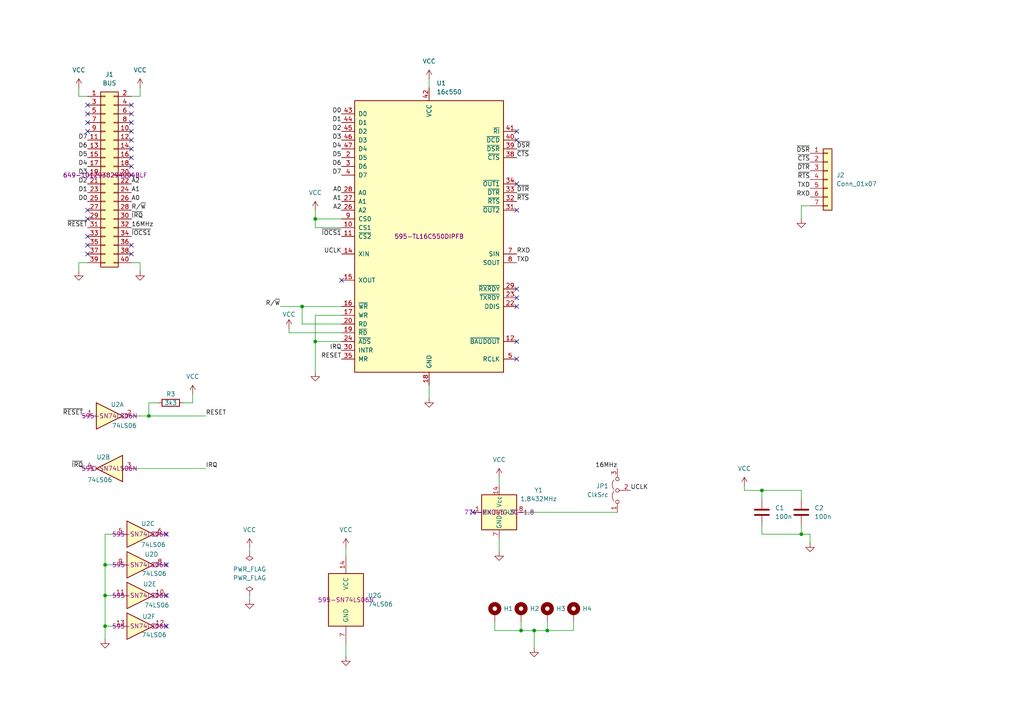
<source format=kicad_sch>
(kicad_sch (version 20250114) (generator "eeschema") (generator_version "9.0")
  (paper "A4")
  (lib_symbols
    (symbol "74xx:74LS06" (pin_names (offset 1.016))
      (property "Reference" "U" (at 0 1.27 0))
      (property "Value" "74LS06" (at 0 -1.27 0))
      (symbol "74LS06_1_0"
        (polyline (pts (xy -3.81 3.81) (xy -3.81 -3.81) (xy 3.81 0) (xy -3.81 3.81)) (stroke (width 0.254)) (fill (type background)))
        (pin input line (at -7.62 0 0) (length 3.81) (name "~") (number "1"))
        (pin open_collector inverted (at 7.62 0 180) (length 3.81) (name "~") (number "2"))
      )
      (symbol "74LS06_2_0"
        (polyline (pts (xy -3.81 3.81) (xy -3.81 -3.81) (xy 3.81 0) (xy -3.81 3.81)) (stroke (width 0.254)) (fill (type background)))
        (pin input line (at -7.62 0 0) (length 3.81) (name "~") (number "3"))
        (pin open_collector inverted (at 7.62 0 180) (length 3.81) (name "~") (number "4"))
      )
      (symbol "74LS06_3_0"
        (polyline (pts (xy -3.81 3.81) (xy -3.81 -3.81) (xy 3.81 0) (xy -3.81 3.81)) (stroke (width 0.254)) (fill (type background)))
        (pin input line (at -7.62 0 0) (length 3.81) (name "~") (number "5"))
        (pin open_collector inverted (at 7.62 0 180) (length 3.81) (name "~") (number "6"))
      )
      (symbol "74LS06_4_0"
        (polyline (pts (xy -3.81 3.81) (xy -3.81 -3.81) (xy 3.81 0) (xy -3.81 3.81)) (stroke (width 0.254)) (fill (type background)))
        (pin input line (at -7.62 0 0) (length 3.81) (name "~") (number "9"))
        (pin open_collector inverted (at 7.62 0 180) (length 3.81) (name "~") (number "8"))
      )
      (symbol "74LS06_5_0"
        (polyline (pts (xy -3.81 3.81) (xy -3.81 -3.81) (xy 3.81 0) (xy -3.81 3.81)) (stroke (width 0.254)) (fill (type background)))
        (pin input line (at -7.62 0 0) (length 3.81) (name "~") (number "11"))
        (pin open_collector inverted (at 7.62 0 180) (length 3.81) (name "~") (number "10"))
      )
      (symbol "74LS06_6_0"
        (polyline (pts (xy -3.81 3.81) (xy -3.81 -3.81) (xy 3.81 0) (xy -3.81 3.81)) (stroke (width 0.254)) (fill (type background)))
        (pin input line (at -7.62 0 0) (length 3.81) (name "~") (number "13"))
        (pin open_collector inverted (at 7.62 0 180) (length 3.81) (name "~") (number "12"))
      )
      (symbol "74LS06_7_0"
        (pin power_in line (at 0 12.7 270) (length 5.08) (name "VCC") (number "14"))
        (pin power_in line (at 0 -12.7 90) (length 5.08) (name "GND") (number "7"))
      )
      (symbol "74LS06_7_1"
        (rectangle (start -5.08 7.62) (end 5.08 -7.62) (stroke (width 0.254)) (fill (type background)))
      )
    )
    (symbol "Connector_Generic:Conn_01x07" (pin_names (offset 1.016) (hide yes))
      (property "Reference" "J" (at 0 10.16 0))
      (property "Value" "Conn_01x07" (at 0 -10.16 0))
      (symbol "Conn_01x07_1_1"
        (rectangle (start -1.27 8.89) (end 1.27 -8.89) (stroke (width 0.254)) (fill (type background)))
        (rectangle (start -1.27 7.747) (end 0 7.493) (stroke (width 0.1524)))
        (rectangle (start -1.27 5.207) (end 0 4.953) (stroke (width 0.1524)))
        (rectangle (start -1.27 2.667) (end 0 2.413) (stroke (width 0.1524)))
        (rectangle (start -1.27 0.127) (end 0 -0.127) (stroke (width 0.1524)))
        (rectangle (start -1.27 -2.413) (end 0 -2.667) (stroke (width 0.1524)))
        (rectangle (start -1.27 -4.953) (end 0 -5.207) (stroke (width 0.1524)))
        (rectangle (start -1.27 -7.493) (end 0 -7.747) (stroke (width 0.1524)))
        (pin passive line (at -5.08 7.62 0) (length 3.81) (name "Pin_1") (number "1"))
        (pin passive line (at -5.08 5.08 0) (length 3.81) (name "Pin_2") (number "2"))
        (pin passive line (at -5.08 2.54 0) (length 3.81) (name "Pin_3") (number "3"))
        (pin passive line (at -5.08 0 0) (length 3.81) (name "Pin_4") (number "4"))
        (pin passive line (at -5.08 -2.54 0) (length 3.81) (name "Pin_5") (number "5"))
        (pin passive line (at -5.08 -5.08 0) (length 3.81) (name "Pin_6") (number "6"))
        (pin passive line (at -5.08 -7.62 0) (length 3.81) (name "Pin_7") (number "7"))
      )
    )
    (symbol "Connector_Generic:Conn_02x20_Odd_Even" (pin_names (offset 1.016) (hide yes))
      (property "Reference" "J" (at 1.27 25.4 0))
      (property "Value" "Conn_02x20_Odd_Even" (at 1.27 -27.94 0))
      (symbol "Conn_02x20_Odd_Even_1_1"
        (rectangle (start -1.27 24.13) (end 3.81 -26.67) (stroke (width 0.254)) (fill (type background)))
        (rectangle (start -1.27 22.987) (end 0 22.733) (stroke (width 0.1524)))
        (rectangle (start -1.27 20.447) (end 0 20.193) (stroke (width 0.1524)))
        (rectangle (start -1.27 17.907) (end 0 17.653) (stroke (width 0.1524)))
        (rectangle (start -1.27 15.367) (end 0 15.113) (stroke (width 0.1524)))
        (rectangle (start -1.27 12.827) (end 0 12.573) (stroke (width 0.1524)))
        (rectangle (start -1.27 10.287) (end 0 10.033) (stroke (width 0.1524)))
        (rectangle (start -1.27 7.747) (end 0 7.493) (stroke (width 0.1524)))
        (rectangle (start -1.27 5.207) (end 0 4.953) (stroke (width 0.1524)))
        (rectangle (start -1.27 2.667) (end 0 2.413) (stroke (width 0.1524)))
        (rectangle (start -1.27 0.127) (end 0 -0.127) (stroke (width 0.1524)))
        (rectangle (start -1.27 -2.413) (end 0 -2.667) (stroke (width 0.1524)))
        (rectangle (start -1.27 -4.953) (end 0 -5.207) (stroke (width 0.1524)))
        (rectangle (start -1.27 -7.493) (end 0 -7.747) (stroke (width 0.1524)))
        (rectangle (start -1.27 -10.033) (end 0 -10.287) (stroke (width 0.1524)))
        (rectangle (start -1.27 -12.573) (end 0 -12.827) (stroke (width 0.1524)))
        (rectangle (start -1.27 -15.113) (end 0 -15.367) (stroke (width 0.1524)))
        (rectangle (start -1.27 -17.653) (end 0 -17.907) (stroke (width 0.1524)))
        (rectangle (start -1.27 -20.193) (end 0 -20.447) (stroke (width 0.1524)))
        (rectangle (start -1.27 -22.733) (end 0 -22.987) (stroke (width 0.1524)))
        (rectangle (start -1.27 -25.273) (end 0 -25.527) (stroke (width 0.1524)))
        (rectangle (start 3.81 22.987) (end 2.54 22.733) (stroke (width 0.1524)))
        (rectangle (start 3.81 20.447) (end 2.54 20.193) (stroke (width 0.1524)))
        (rectangle (start 3.81 17.907) (end 2.54 17.653) (stroke (width 0.1524)))
        (rectangle (start 3.81 15.367) (end 2.54 15.113) (stroke (width 0.1524)))
        (rectangle (start 3.81 12.827) (end 2.54 12.573) (stroke (width 0.1524)))
        (rectangle (start 3.81 10.287) (end 2.54 10.033) (stroke (width 0.1524)))
        (rectangle (start 3.81 7.747) (end 2.54 7.493) (stroke (width 0.1524)))
        (rectangle (start 3.81 5.207) (end 2.54 4.953) (stroke (width 0.1524)))
        (rectangle (start 3.81 2.667) (end 2.54 2.413) (stroke (width 0.1524)))
        (rectangle (start 3.81 0.127) (end 2.54 -0.127) (stroke (width 0.1524)))
        (rectangle (start 3.81 -2.413) (end 2.54 -2.667) (stroke (width 0.1524)))
        (rectangle (start 3.81 -4.953) (end 2.54 -5.207) (stroke (width 0.1524)))
        (rectangle (start 3.81 -7.493) (end 2.54 -7.747) (stroke (width 0.1524)))
        (rectangle (start 3.81 -10.033) (end 2.54 -10.287) (stroke (width 0.1524)))
        (rectangle (start 3.81 -12.573) (end 2.54 -12.827) (stroke (width 0.1524)))
        (rectangle (start 3.81 -15.113) (end 2.54 -15.367) (stroke (width 0.1524)))
        (rectangle (start 3.81 -17.653) (end 2.54 -17.907) (stroke (width 0.1524)))
        (rectangle (start 3.81 -20.193) (end 2.54 -20.447) (stroke (width 0.1524)))
        (rectangle (start 3.81 -22.733) (end 2.54 -22.987) (stroke (width 0.1524)))
        (rectangle (start 3.81 -25.273) (end 2.54 -25.527) (stroke (width 0.1524)))
        (pin passive line (at -5.08 22.86 0) (length 3.81) (name "Pin_1") (number "1"))
        (pin passive line (at -5.08 20.32 0) (length 3.81) (name "Pin_3") (number "3"))
        (pin passive line (at -5.08 17.78 0) (length 3.81) (name "Pin_5") (number "5"))
        (pin passive line (at -5.08 15.24 0) (length 3.81) (name "Pin_7") (number "7"))
        (pin passive line (at -5.08 12.7 0) (length 3.81) (name "Pin_9") (number "9"))
        (pin passive line (at -5.08 10.16 0) (length 3.81) (name "Pin_11") (number "11"))
        (pin passive line (at -5.08 7.62 0) (length 3.81) (name "Pin_13") (number "13"))
        (pin passive line (at -5.08 5.08 0) (length 3.81) (name "Pin_15") (number "15"))
        (pin passive line (at -5.08 2.54 0) (length 3.81) (name "Pin_17") (number "17"))
        (pin passive line (at -5.08 0 0) (length 3.81) (name "Pin_19") (number "19"))
        (pin passive line (at -5.08 -2.54 0) (length 3.81) (name "Pin_21") (number "21"))
        (pin passive line (at -5.08 -5.08 0) (length 3.81) (name "Pin_23") (number "23"))
        (pin passive line (at -5.08 -7.62 0) (length 3.81) (name "Pin_25") (number "25"))
        (pin passive line (at -5.08 -10.16 0) (length 3.81) (name "Pin_27") (number "27"))
        (pin passive line (at -5.08 -12.7 0) (length 3.81) (name "Pin_29") (number "29"))
        (pin passive line (at -5.08 -15.24 0) (length 3.81) (name "Pin_31") (number "31"))
        (pin passive line (at -5.08 -17.78 0) (length 3.81) (name "Pin_33") (number "33"))
        (pin passive line (at -5.08 -20.32 0) (length 3.81) (name "Pin_35") (number "35"))
        (pin passive line (at -5.08 -22.86 0) (length 3.81) (name "Pin_37") (number "37"))
        (pin passive line (at -5.08 -25.4 0) (length 3.81) (name "Pin_39") (number "39"))
        (pin passive line (at 7.62 22.86 180) (length 3.81) (name "Pin_2") (number "2"))
        (pin passive line (at 7.62 20.32 180) (length 3.81) (name "Pin_4") (number "4"))
        (pin passive line (at 7.62 17.78 180) (length 3.81) (name "Pin_6") (number "6"))
        (pin passive line (at 7.62 15.24 180) (length 3.81) (name "Pin_8") (number "8"))
        (pin passive line (at 7.62 12.7 180) (length 3.81) (name "Pin_10") (number "10"))
        (pin passive line (at 7.62 10.16 180) (length 3.81) (name "Pin_12") (number "12"))
        (pin passive line (at 7.62 7.62 180) (length 3.81) (name "Pin_14") (number "14"))
        (pin passive line (at 7.62 5.08 180) (length 3.81) (name "Pin_16") (number "16"))
        (pin passive line (at 7.62 2.54 180) (length 3.81) (name "Pin_18") (number "18"))
        (pin passive line (at 7.62 0 180) (length 3.81) (name "Pin_20") (number "20"))
        (pin passive line (at 7.62 -2.54 180) (length 3.81) (name "Pin_22") (number "22"))
        (pin passive line (at 7.62 -5.08 180) (length 3.81) (name "Pin_24") (number "24"))
        (pin passive line (at 7.62 -7.62 180) (length 3.81) (name "Pin_26") (number "26"))
        (pin passive line (at 7.62 -10.16 180) (length 3.81) (name "Pin_28") (number "28"))
        (pin passive line (at 7.62 -12.7 180) (length 3.81) (name "Pin_30") (number "30"))
        (pin passive line (at 7.62 -15.24 180) (length 3.81) (name "Pin_32") (number "32"))
        (pin passive line (at 7.62 -17.78 180) (length 3.81) (name "Pin_34") (number "34"))
        (pin passive line (at 7.62 -20.32 180) (length 3.81) (name "Pin_36") (number "36"))
        (pin passive line (at 7.62 -22.86 180) (length 3.81) (name "Pin_38") (number "38"))
        (pin passive line (at 7.62 -25.4 180) (length 3.81) (name "Pin_40") (number "40"))
      )
    )
    (symbol "Device:C" (pin_numbers (hide yes)) (pin_names (offset 0.254))
      (property "Reference" "C" (at 0.635 2.54 0))
      (property "Value" "C" (at 0.635 -2.54 0))
      (symbol "C_0_1"
        (polyline (pts (xy -2.032 0.762) (xy 2.032 0.762)) (stroke (width 0.508)))
        (polyline (pts (xy -2.032 -0.762) (xy 2.032 -0.762)) (stroke (width 0.508)))
      )
      (symbol "C_1_1"
        (pin passive line (at 0 3.81 270) (length 2.794) (name "~") (number "1"))
        (pin passive line (at 0 -3.81 90) (length 2.794) (name "~") (number "2"))
      )
    )
    (symbol "Device:R" (pin_numbers (hide yes)) (pin_names (offset 0))
      (property "Reference" "R" (at 2.032 0 90))
      (property "Value" "R" (at 0 0 90))
      (symbol "R_0_1"
        (rectangle (start -1.016 -2.54) (end 1.016 2.54) (stroke (width 0.254)))
      )
      (symbol "R_1_1"
        (pin passive line (at 0 3.81 270) (length 1.27) (name "~") (number "1"))
        (pin passive line (at 0 -3.81 90) (length 1.27) (name "~") (number "2"))
      )
    )
    (symbol "Jumper:Jumper_3_Open" (pin_names (offset 0) (hide yes)) (in_bom no)
      (property "Reference" "JP" (at -2.54 -2.54 0))
      (property "Value" "Jumper_3_Open" (at 0 2.794 0))
      (symbol "Jumper_3_Open_0_0"
        (circle (center -3.302 0) (radius 0.508))
        (circle (center 0 0) (radius 0.508))
        (circle (center 3.302 0) (radius 0.508))
      )
      (symbol "Jumper_3_Open_0_1"
        (arc (start -3.048 1.016) (mid -1.651 1.4992) (end -0.254 1.016))
        (polyline (pts (xy 0 -0.508) (xy 0 -1.27)))
        (arc (start 0.254 1.016) (mid 1.651 1.4992) (end 3.048 1.016))
      )
      (symbol "Jumper_3_Open_1_1"
        (pin passive line (at -6.35 0 0) (length 2.54) (name "A") (number "1"))
        (pin passive line (at 0 -3.81 90) (length 2.54) (name "C") (number "2"))
        (pin passive line (at 6.35 0 180) (length 2.54) (name "B") (number "3"))
      )
    )
    (symbol "Mechanical:MountingHole_Pad" (pin_numbers (hide yes)) (pin_names (offset 1.016) (hide yes)) (in_bom no)
      (property "Reference" "H" (at 0 6.35 0))
      (property "Value" "MountingHole_Pad" (at 0 4.445 0))
      (symbol "MountingHole_Pad_0_1"
        (circle (center 0 1.27) (radius 1.27) (stroke (width 1.27)))
      )
      (symbol "MountingHole_Pad_1_1"
        (pin input line (at 0 -2.54 90) (length 2.54) (name "1") (number "1"))
      )
    )
    (symbol "Oscillator:CXO_DIP14" (pin_names (offset 0.254))
      (property "Reference" "Y" (at -5.08 6.35 0))
      (property "Value" "CXO_DIP14" (at 1.27 -6.35 0))
      (symbol "CXO_DIP14_0_1"
        (rectangle (start -5.08 5.08) (end 5.08 -5.08) (stroke (width 0.254)) (fill (type background)))
        (polyline (pts (xy -1.905 -0.635) (xy -1.27 -0.635) (xy -1.27 0.635) (xy -0.635 0.635) (xy -0.635 -0.635) (xy 0 -0.635) (xy 0 0.635) (xy 0.635 0.635) (xy 0.635 -0.635)))
      )
      (symbol "CXO_DIP14_1_1"
        (pin input line (at -7.62 0 0) (length 2.54) (name "EN") (number "1"))
        (pin power_in line (at 0 7.62 270) (length 2.54) (name "Vcc") (number "14"))
        (pin power_in line (at 0 -7.62 90) (length 2.54) (name "GND") (number "7"))
        (pin output line (at 7.62 0 180) (length 2.54) (name "OUT") (number "8"))
      )
    )
    (symbol "Retro6502:16C550" (pin_names (offset 1.016))
      (property "Reference" "U1" (at 2.1433 44.45 0))
      (property "Value" "16c550" (at 2.1433 41.91 0))
      (symbol "16C550_0_1"
        (rectangle (start -21.59 -39.37) (end 21.59 39.37) (stroke (width 0.254)) (fill (type background)))
      )
      (symbol "16C550_1_0"
        (pin no_connect line (at 24.13 20.32 180) (length 2.54) (hide yes) (name "NC") (number "1"))
        (pin no_connect line (at 24.13 17.78 180) (length 2.54) (hide yes) (name "NC") (number "48"))
        (pin no_connect line (at 24.13 5.08 180) (length 2.54) (hide yes) (name "NC") (number "37"))
        (pin no_connect line (at 24.13 2.54 180) (length 2.54) (hide yes) (name "NC") (number "36"))
        (pin no_connect line (at 24.13 0 180) (length 2.54) (hide yes) (name "NC") (number "6"))
        (pin no_connect line (at 24.13 -2.54 180) (length 2.54) (hide yes) (name "NC") (number "25"))
        (pin no_connect line (at 24.13 -22.86 180) (length 2.54) (hide yes) (name "NC") (number "21"))
        (pin no_connect line (at 24.13 -25.4 180) (length 2.54) (hide yes) (name "NC") (number "13"))
      )
      (symbol "16C550_1_1"
        (pin bidirectional line (at -25.4 35.56 0) (length 3.81) (name "D0") (number "43"))
        (pin bidirectional line (at -25.4 33.02 0) (length 3.81) (name "D1") (number "44"))
        (pin bidirectional line (at -25.4 30.48 0) (length 3.81) (name "D2") (number "45"))
        (pin bidirectional line (at -25.4 27.94 0) (length 3.81) (name "D3") (number "46"))
        (pin bidirectional line (at -25.4 25.4 0) (length 3.81) (name "D4") (number "47"))
        (pin bidirectional line (at -25.4 22.86 0) (length 3.81) (name "D5") (number "2"))
        (pin bidirectional line (at -25.4 20.32 0) (length 3.81) (name "D6") (number "3"))
        (pin bidirectional line (at -25.4 17.78 0) (length 3.81) (name "D7") (number "4"))
        (pin input line (at -25.4 12.7 0) (length 3.81) (name "A0") (number "28"))
        (pin input line (at -25.4 10.16 0) (length 3.81) (name "A1") (number "27"))
        (pin input line (at -25.4 7.62 0) (length 3.81) (name "A2") (number "26"))
        (pin input line (at -25.4 5.08 0) (length 3.81) (name "CS0") (number "9"))
        (pin input line (at -25.4 2.54 0) (length 3.81) (name "CS1") (number "10"))
        (pin input line (at -25.4 0 0) (length 3.81) (name "~{CS2}") (number "11"))
        (pin input line (at -25.4 -5.08 0) (length 3.81) (name "XIN") (number "14"))
        (pin output line (at -25.4 -12.7 0) (length 3.81) (name "XOUT") (number "15"))
        (pin input line (at -25.4 -20.32 0) (length 3.81) (name "~{WR}") (number "16"))
        (pin input line (at -25.4 -22.86 0) (length 3.81) (name "WR") (number "17"))
        (pin input line (at -25.4 -25.4 0) (length 3.81) (name "RD") (number "20"))
        (pin input line (at -25.4 -27.94 0) (length 3.81) (name "~{RD}") (number "19"))
        (pin input line (at -25.4 -30.48 0) (length 3.81) (name "~{ADS}") (number "24"))
        (pin output line (at -25.4 -33.02 0) (length 3.81) (name "INTR") (number "30"))
        (pin input line (at -25.4 -35.56 0) (length 3.81) (name "MR") (number "35"))
        (pin power_in line (at 0 43.18 270) (length 3.81) (name "VCC") (number "42"))
        (pin power_in line (at 0 -43.18 90) (length 3.81) (name "GND") (number "18"))
        (pin input line (at 25.4 30.48 180) (length 3.81) (name "~{RI}") (number "41"))
        (pin input line (at 25.4 27.94 180) (length 3.81) (name "~{DCD}") (number "40"))
        (pin input line (at 25.4 25.4 180) (length 3.81) (name "~{DSR}") (number "39"))
        (pin input line (at 25.4 22.86 180) (length 3.81) (name "~{CTS}") (number "38"))
        (pin output line (at 25.4 15.24 180) (length 3.81) (name "~{OUT1}") (number "34"))
        (pin output line (at 25.4 12.7 180) (length 3.81) (name "~{DTR}") (number "33"))
        (pin output line (at 25.4 10.16 180) (length 3.81) (name "~{RTS}") (number "32"))
        (pin output line (at 25.4 7.62 180) (length 3.81) (name "~{OUT2}") (number "31"))
        (pin input line (at 25.4 -5.08 180) (length 3.81) (name "SIN") (number "7"))
        (pin output line (at 25.4 -7.62 180) (length 3.81) (name "SOUT") (number "8"))
        (pin output line (at 25.4 -15.24 180) (length 3.81) (name "~{RXRDY}") (number "29"))
        (pin output line (at 25.4 -17.78 180) (length 3.81) (name "~{TXRDY}") (number "23"))
        (pin output line (at 25.4 -20.32 180) (length 3.81) (name "DDIS") (number "22"))
        (pin output line (at 25.4 -30.48 180) (length 3.81) (name "~{BAUDOUT}") (number "12"))
        (pin input line (at 25.4 -35.56 180) (length 3.81) (name "RCLK") (number "5"))
      )
    )
    (symbol "power:GND" (power) (pin_numbers (hide yes)) (pin_names (offset 0) (hide yes))
      (property "Value" "GND" (at 0 -3.81 0))
      (symbol "GND_0_1"
        (polyline (pts (xy 0 0) (xy 0 -1.27) (xy 1.27 -1.27) (xy 0 -2.54) (xy -1.27 -1.27) (xy 0 -1.27)))
      )
      (symbol "GND_1_1"
        (pin power_in line (at 0 0 270) (length 0) (name "~") (number "1"))
      )
    )
    (symbol "power:PWR_FLAG" (power) (pin_numbers (hide yes)) (pin_names (offset 0) (hide yes))
      (property "Value" "PWR_FLAG" (at 0 3.81 0))
      (symbol "PWR_FLAG_0_0"
        (pin power_out line (at 0 0 90) (length 0) (name "~") (number "1"))
      )
      (symbol "PWR_FLAG_0_1"
        (polyline (pts (xy 0 0) (xy 0 1.27) (xy -1.016 1.905) (xy 0 2.54) (xy 1.016 1.905) (xy 0 1.27)))
      )
    )
    (symbol "power:VCC" (power) (pin_numbers (hide yes)) (pin_names (offset 0) (hide yes))
      (property "Value" "VCC" (at 0 3.556 0))
      (symbol "VCC_0_1"
        (polyline (pts (xy -0.762 1.27) (xy 0 2.54)))
        (polyline (pts (xy 0 2.54) (xy 0.762 1.27)))
        (polyline (pts (xy 0 0) (xy 0 2.54)))
      )
      (symbol "VCC_1_1"
        (pin power_in line (at 0 0 90) (length 0) (name "~") (number "1"))
      )
    )
  )
  (junction (at 30.48 181.61))
  (junction (at 220.98 142.24))
  (junction (at 232.41 154.94))
  (junction (at 154.94 182.88))
  (junction (at 30.48 172.72))
  (junction (at 158.75 182.88))
  (junction (at 91.44 99.06))
  (junction (at 30.48 163.83))
  (junction (at 87.63 88.9))
  (junction (at 43.18 120.65))
  (junction (at 151.13 182.88))
  (junction (at 91.44 63.5))
  (no_connect (at 38.1 40.64))
  (no_connect (at 25.4 71.12))
  (no_connect (at 25.4 63.5))
  (no_connect (at 48.26 172.72))
  (no_connect (at 149.86 86.36))
  (no_connect (at 149.86 104.14))
  (no_connect (at 25.4 68.58))
  (no_connect (at 25.4 33.02))
  (no_connect (at 25.4 35.56))
  (no_connect (at 38.1 45.72))
  (no_connect (at 149.86 83.82))
  (no_connect (at 149.86 60.96))
  (no_connect (at 149.86 88.9))
  (no_connect (at 38.1 30.48))
  (no_connect (at 38.1 73.66))
  (no_connect (at 38.1 43.18))
  (no_connect (at 38.1 71.12))
  (no_connect (at 48.26 163.83))
  (no_connect (at 149.86 38.1))
  (no_connect (at 25.4 30.48))
  (no_connect (at 99.06 81.28))
  (no_connect (at 149.86 53.34))
  (no_connect (at 38.1 33.02))
  (no_connect (at 137.16 148.59))
  (no_connect (at 25.4 60.96))
  (no_connect (at 38.1 50.8))
  (no_connect (at 38.1 48.26))
  (no_connect (at 25.4 38.1))
  (no_connect (at 149.86 99.06))
  (no_connect (at 48.26 154.94))
  (no_connect (at 38.1 38.1))
  (no_connect (at 48.26 181.61))
  (no_connect (at 38.1 35.56))
  (no_connect (at 149.86 40.64))
  (no_connect (at 25.4 73.66))
  (wire (pts (xy 43.18 120.65) (xy 39.37 120.65)))
  (wire (pts (xy 143.51 180.34) (xy 143.51 182.88)))
  (wire (pts (xy 91.44 66.04) (xy 91.44 63.5)))
  (wire (pts (xy 81.28 88.9) (xy 87.63 88.9)))
  (wire (pts (xy 166.37 182.88) (xy 166.37 180.34)))
  (wire (pts (xy 151.13 182.88) (xy 154.94 182.88)))
  (wire (pts (xy 220.98 152.4) (xy 220.98 154.94)))
  (wire (pts (xy 144.78 138.43) (xy 144.78 140.97)))
  (wire (pts (xy 158.75 180.34) (xy 158.75 182.88)))
  (wire (pts (xy 72.39 172.72) (xy 72.39 173.99)))
  (wire (pts (xy 232.41 59.69) (xy 232.41 63.5)))
  (wire (pts (xy 232.41 142.24) (xy 232.41 144.78)))
  (wire (pts (xy 124.46 22.86) (xy 124.46 25.4)))
  (wire (pts (xy 30.48 172.72) (xy 33.02 172.72)))
  (wire (pts (xy 22.86 25.4) (xy 22.86 27.94)))
  (wire (pts (xy 30.48 181.61) (xy 30.48 185.42)))
  (wire (pts (xy 59.69 120.65) (xy 43.18 120.65)))
  (wire (pts (xy 91.44 99.06) (xy 91.44 107.95)))
  (wire (pts (xy 30.48 163.83) (xy 30.48 172.72)))
  (wire (pts (xy 33.02 154.94) (xy 30.48 154.94)))
  (wire (pts (xy 53.34 116.84) (xy 55.88 116.84)))
  (wire (pts (xy 25.4 27.94) (xy 22.86 27.94)))
  (wire (pts (xy 83.82 96.52) (xy 99.06 96.52)))
  (wire (pts (xy 72.39 158.75) (xy 72.39 160.02)))
  (wire (pts (xy 40.64 78.74) (xy 40.64 76.2)))
  (wire (pts (xy 45.72 116.84) (xy 43.18 116.84)))
  (wire (pts (xy 91.44 63.5) (xy 99.06 63.5)))
  (wire (pts (xy 215.9 142.24) (xy 220.98 142.24)))
  (wire (pts (xy 152.4 148.59) (xy 179.07 148.59)))
  (wire (pts (xy 39.37 135.89) (xy 59.69 135.89)))
  (wire (pts (xy 91.44 91.44) (xy 91.44 99.06)))
  (wire (pts (xy 22.86 76.2) (xy 25.4 76.2)))
  (wire (pts (xy 91.44 99.06) (xy 99.06 99.06)))
  (wire (pts (xy 99.06 91.44) (xy 91.44 91.44)))
  (wire (pts (xy 87.63 93.98) (xy 87.63 88.9)))
  (wire (pts (xy 143.51 182.88) (xy 151.13 182.88)))
  (wire (pts (xy 30.48 163.83) (xy 33.02 163.83)))
  (wire (pts (xy 30.48 172.72) (xy 30.48 181.61)))
  (wire (pts (xy 234.95 157.48) (xy 234.95 154.94)))
  (wire (pts (xy 38.1 27.94) (xy 40.64 27.94)))
  (wire (pts (xy 99.06 66.04) (xy 91.44 66.04)))
  (wire (pts (xy 232.41 59.69) (xy 234.95 59.69)))
  (wire (pts (xy 232.41 152.4) (xy 232.41 154.94)))
  (wire (pts (xy 100.33 186.69) (xy 100.33 190.5)))
  (wire (pts (xy 87.63 93.98) (xy 99.06 93.98)))
  (wire (pts (xy 40.64 76.2) (xy 38.1 76.2)))
  (wire (pts (xy 215.9 140.97) (xy 215.9 142.24)))
  (wire (pts (xy 33.02 181.61) (xy 30.48 181.61)))
  (wire (pts (xy 22.86 78.74) (xy 22.86 76.2)))
  (wire (pts (xy 151.13 180.34) (xy 151.13 182.88)))
  (wire (pts (xy 158.75 182.88) (xy 166.37 182.88)))
  (wire (pts (xy 220.98 142.24) (xy 232.41 142.24)))
  (wire (pts (xy 220.98 154.94) (xy 232.41 154.94)))
  (wire (pts (xy 43.18 116.84) (xy 43.18 120.65)))
  (wire (pts (xy 154.94 182.88) (xy 158.75 182.88)))
  (wire (pts (xy 55.88 116.84) (xy 55.88 114.3)))
  (wire (pts (xy 100.33 158.75) (xy 100.33 161.29)))
  (wire (pts (xy 91.44 63.5) (xy 91.44 60.96)))
  (wire (pts (xy 234.95 154.94) (xy 232.41 154.94)))
  (wire (pts (xy 144.78 156.21) (xy 144.78 160.02)))
  (wire (pts (xy 83.82 96.52) (xy 83.82 95.25)))
  (wire (pts (xy 87.63 88.9) (xy 99.06 88.9)))
  (wire (pts (xy 154.94 182.88) (xy 154.94 187.96)))
  (wire (pts (xy 40.64 25.4) (xy 40.64 27.94)))
  (wire (pts (xy 30.48 154.94) (xy 30.48 163.83)))
  (wire (pts (xy 124.46 111.76) (xy 124.46 115.57)))
  (wire (pts (xy 220.98 142.24) (xy 220.98 144.78)))
  (label "D1" (at 99.06 35.56 180))
  (label "D6" (at 25.4 43.18 180))
  (label "D3" (at 25.4 50.8 180))
  (label "16MHz" (at 38.1 66.04 0))
  (label "D3" (at 99.06 40.64 180))
  (label "UCLK" (at 182.88 142.24 0))
  (label "A1" (at 38.1 55.88 0))
  (label "RXD" (at 149.86 73.66 0))
  (label "D7" (at 99.06 50.8 180))
  (label "~{RTS}" (at 234.95 52.07 180))
  (label "~{DTR}" (at 234.95 49.53 180))
  (label "TXD" (at 149.86 76.2 0))
  (label "A2" (at 99.06 60.96 180))
  (label "A1" (at 99.06 58.42 180))
  (label "D5" (at 25.4 45.72 180))
  (label "~{RESET}" (at 24.13 120.65 180))
  (label "~{CTS}" (at 234.95 46.99 180))
  (label "D2" (at 25.4 53.34 180))
  (label "D1" (at 25.4 55.88 180))
  (label "A2" (at 38.1 53.34 0))
  (label "R{slash}~{W}" (at 81.28 88.9 180))
  (label "~{RESET}" (at 25.4 66.04 180))
  (label "D4" (at 99.06 43.18 180))
  (label "~{DSR}" (at 234.95 44.45 180))
  (label "~{DTR}" (at 149.86 55.88 0))
  (label "D5" (at 99.06 45.72 180))
  (label "~{CTS}" (at 149.86 45.72 0))
  (label "~{IRQ}" (at 38.1 63.5 0))
  (label "~{RTS}" (at 149.86 58.42 0))
  (label "IRQ" (at 59.69 135.89 0))
  (label "D6" (at 99.06 48.26 180))
  (label "~{IRQ}" (at 24.13 135.89 180))
  (label "UCLK" (at 99.06 73.66 180))
  (label "~{IOCS1}" (at 38.1 68.58 0))
  (label "D0" (at 25.4 58.42 180))
  (label "D0" (at 99.06 33.02 180))
  (label "~{DSR}" (at 149.86 43.18 0))
  (label "TXD" (at 234.95 54.61 180))
  (label "16MHz" (at 179.07 135.89 180))
  (label "R{slash}~{W}" (at 38.1 60.96 0))
  (label "D7" (at 25.4 40.64 180))
  (label "~{IOCS1}" (at 99.06 68.58 180))
  (label "D4" (at 25.4 48.26 180))
  (label "IRQ" (at 99.06 101.6 180))
  (label "RESET" (at 59.69 120.65 0))
  (label "D2" (at 99.06 38.1 180))
  (label "A0" (at 38.1 58.42 0))
  (label "A0" (at 99.06 55.88 180))
  (label "RXD" (at 234.95 57.15 180))
  (label "RESET" (at 99.06 104.14 180))
  (symbol (lib_id "Device:R") (at 49.53 116.84 270) (unit 1) (in_bom no)
    (property "Reference" "R3" (at 49.53 114.3 90))
    (property "Value" "3k3" (at 49.53 116.84 90))
    (property "Footprint" "Resistor_THT:R_Axial_DIN0207_L6.3mm_D2.5mm_P10.16mm_Horizontal" (effects (hide yes)))
    (property "Description" "Resistor" (effects (hide yes)))
  )
  (symbol (lib_id "power:GND") (at 234.95 157.48 0) (mirror y) (unit 1)
    (property "Reference" "#PWR036" (effects (hide yes)))
    (property "Value" "GND" (effects (hide yes)))
    (property "Description" "Power symbol creates a global label with name \"GND\" , ground" (effects (hide yes)))
  )
  (symbol (lib_id "74xx:74LS06") (at 40.64 163.83 0) (unit 4)
    (property "Reference" "U2" (at 43.942 160.782 0))
    (property "Value" "74LS06" (at 44.704 166.37 0))
    (property "Footprint" "Package_DIP:DIP-14_W7.62mm" (effects (hide yes)))
    (property "Datasheet" "http://www.ti.com/lit/gpn/sn74LS06" (effects (hide yes)))
    (property "Description" "Inverter Open Collect" (effects (hide yes)))
    (property "Mouser" "595-SN74LS06N" (at 40.64 163.83 0))
  )
  (symbol (lib_id "power:GND") (at 100.33 190.5 0) (mirror y) (unit 1)
    (property "Reference" "#PWR030" (effects (hide yes)))
    (property "Value" "GND" (effects (hide yes)))
    (property "Description" "Power symbol creates a global label with name \"GND\" , ground" (effects (hide yes)))
  )
  (symbol (lib_id "74xx:74LS06") (at 40.64 181.61 0) (unit 6)
    (property "Reference" "U2" (at 43.18 178.816 0))
    (property "Value" "74LS06" (at 44.704 184.15 0))
    (property "Footprint" "Package_DIP:DIP-14_W7.62mm" (effects (hide yes)))
    (property "Datasheet" "http://www.ti.com/lit/gpn/sn74LS06" (effects (hide yes)))
    (property "Description" "Inverter Open Collect" (effects (hide yes)))
    (property "Mouser" "595-SN74LS06N" (at 40.64 181.61 0))
  )
  (symbol (lib_id "Retro6502:16C550") (at 124.46 68.58 0) (unit 1)
    (property "Reference" "U1" (at 126.6033 24.13 0) (effects (justify left)))
    (property "Value" "16c550" (at 126.6033 26.67 0) (effects (justify left)))
    (property "Footprint" "Package_QFP:TQFP-48_7x7mm_P0.5mm" (effects (hide yes)))
    (property "Datasheet" "https://www.ti.com/lit/ds/symlink/tl16c550d.pdf" (effects (hide yes)))
    (property "Description" "TI16C550DI, Universal Asynchronous Receiver/Transmitter with FIFOs, TQFP-48" (effects (hide yes)))
    (property "Mouser" "595-TL16C550DIPFB" (at 124.46 68.58 0))
  )
  (symbol (lib_id "power:VCC") (at 124.46 22.86 0) (unit 1)
    (property "Reference" "#PWR027" (effects (hide yes)))
    (property "Value" "VCC" (at 124.46 17.78 0))
    (property "Description" "Power symbol creates a global label with name \"VCC\"" (effects (hide yes)))
  )
  (symbol (lib_id "Jumper:Jumper_3_Open") (at 179.07 142.24 90) (unit 1) (in_bom no)
    (property "Reference" "JP1" (at 176.53 140.9699 90) (effects (justify left)))
    (property "Value" "ClkSrc" (at 176.53 143.5099 90) (effects (justify left)))
    (property "Footprint" "Connector_PinHeader_2.54mm:PinHeader_1x03_P2.54mm_Vertical" (effects (hide yes)))
    (property "Description" "Jumper, 3-pole, both open" (effects (hide yes)))
  )
  (symbol (lib_id "power:GND") (at 72.39 173.99 0) (mirror y) (unit 1)
    (property "Reference" "#PWR035" (effects (hide yes)))
    (property "Value" "GND" (effects (hide yes)))
    (property "Description" "Power symbol creates a global label with name \"GND\" , ground" (effects (hide yes)))
  )
  (symbol (lib_id "power:VCC") (at 55.88 114.3 0) (unit 1)
    (property "Reference" "#PWR03" (effects (hide yes)))
    (property "Value" "VCC" (at 55.88 109.22 0))
    (property "Description" "Power symbol creates a global label with name \"VCC\"" (effects (hide yes)))
  )
  (symbol (lib_id "power:GND") (at 154.94 187.96 0) (unit 1)
    (property "Reference" "#PWR020" (effects (hide yes)))
    (property "Value" "GND" (effects (hide yes)))
    (property "Description" "Power symbol creates a global label with name \"GND\" , ground" (effects (hide yes)))
  )
  (symbol (lib_id "power:GND") (at 91.44 107.95 0) (mirror y) (unit 1)
    (property "Reference" "#PWR025" (effects (hide yes)))
    (property "Value" "GND" (effects (hide yes)))
    (property "Description" "Power symbol creates a global label with name \"GND\" , ground" (effects (hide yes)))
  )
  (symbol (lib_id "Connector_Generic:Conn_02x20_Odd_Even") (at 30.48 50.8 0) (unit 1)
    (property "Reference" "J1" (at 31.75 21.59 0))
    (property "Value" "BUS" (at 31.75 24.13 0))
    (property "Footprint" "Connector_PinHeader_2.54mm:PinHeader_2x20_P2.54mm_Vertical" (effects (hide yes)))
    (property "Description" "Generic connector, double row, 02x20, odd/even pin numbering scheme (row 1 odd numbers, row 2 even numbers), script generated (kicad-library-utils/schlib/autogen/connector/)" (effects (hide yes)))
    (property "Mouser" "649-1012938294004BLF" (at 30.48 50.8 0))
  )
  (symbol (lib_id "74xx:74LS06") (at 100.33 173.99 0) (unit 7)
    (property "Reference" "U2" (at 106.68 172.7199 0) (effects (justify left)))
    (property "Value" "74LS06" (at 106.68 175.2599 0) (effects (justify left)))
    (property "Footprint" "Package_DIP:DIP-14_W7.62mm" (effects (hide yes)))
    (property "Datasheet" "http://www.ti.com/lit/gpn/sn74LS06" (effects (hide yes)))
    (property "Description" "Inverter Open Collect" (effects (hide yes)))
    (property "Mouser" "595-SN74LS06N" (at 100.33 173.99 0))
  )
  (symbol (lib_id "Oscillator:CXO_DIP14") (at 144.78 148.59 0) (unit 1)
    (property "Reference" "Y1" (at 156.21 142.1698 0))
    (property "Value" "1.8432MHz" (at 156.21 144.7098 0))
    (property "Footprint" "Oscillator:Oscillator_DIP-14" (effects (hide yes)))
    (property "Datasheet" "http://cdn-reichelt.de/documents/datenblatt/B400/OSZI.pdf" (effects (hide yes)))
    (property "Description" "Crystal Clock Oscillator, DIP14-style metal package" (effects (hide yes)))
    (property "Mouser" "774-MXO45-3C-1.8" (at 144.78 148.59 0))
  )
  (symbol (lib_id "power:VCC") (at 215.9 140.97 0) (unit 1)
    (property "Reference" "#PWR039" (effects (hide yes)))
    (property "Value" "VCC" (at 215.9 135.89 0))
    (property "Description" "Power symbol creates a global label with name \"VCC\"" (effects (hide yes)))
  )
  (symbol (lib_id "74xx:74LS06") (at 31.75 135.89 180) (unit 2)
    (property "Reference" "U2" (at 29.972 132.588 0))
    (property "Value" "74LS06" (at 28.956 139.192 0))
    (property "Footprint" "Package_DIP:DIP-14_W7.62mm" (effects (hide yes)))
    (property "Datasheet" "http://www.ti.com/lit/gpn/sn74LS06" (effects (hide yes)))
    (property "Description" "Inverter Open Collect" (effects (hide yes)))
    (property "Mouser" "595-SN74LS06N" (at 31.75 135.89 0))
  )
  (symbol (lib_id "power:PWR_FLAG") (at 72.39 160.02 180) (unit 1)
    (property "Reference" "#FLG02" (effects (hide yes)))
    (property "Value" "PWR_FLAG" (at 72.39 165.1 0))
    (property "Description" "Special symbol for telling ERC where power comes from" (effects (hide yes)))
  )
  (symbol (lib_id "power:GND") (at 22.86 78.74 0) (unit 1)
    (property "Reference" "#PWR022" (effects (hide yes)))
    (property "Value" "GND" (effects (hide yes)))
    (property "Description" "Power symbol creates a global label with name \"GND\" , ground" (effects (hide yes)))
  )
  (symbol (lib_id "power:GND") (at 40.64 78.74 0) (mirror y) (unit 1)
    (property "Reference" "#PWR021" (effects (hide yes)))
    (property "Value" "GND" (effects (hide yes)))
    (property "Description" "Power symbol creates a global label with name \"GND\" , ground" (effects (hide yes)))
  )
  (symbol (lib_id "power:VCC") (at 40.64 25.4 0) (unit 1)
    (property "Reference" "#PWR023" (effects (hide yes)))
    (property "Value" "VCC" (at 40.64 20.32 0))
    (property "Description" "Power symbol creates a global label with name \"VCC\"" (effects (hide yes)))
  )
  (symbol (lib_id "Device:C") (at 220.98 148.59 0) (unit 1) (in_bom no)
    (property "Reference" "C1" (at 224.79 147.3199 0) (effects (justify left)))
    (property "Value" "100n" (at 224.79 149.8599 0) (effects (justify left)))
    (property "Footprint" "Capacitor_THT:C_Disc_D4.3mm_W1.9mm_P5.00mm" (effects (hide yes)))
    (property "Description" "Unpolarized capacitor" (effects (hide yes)))
  )
  (symbol (lib_id "Mechanical:MountingHole_Pad") (at 166.37 177.8 0) (unit 1) (in_bom no)
    (property "Reference" "H4" (at 168.91 176.5299 0) (effects (justify left)))
    (property "Value" "MountingHole_Pad" (effects (hide yes)))
    (property "Footprint" "MountingHole:MountingHole_3.2mm_M3_Pad_Via" (effects (hide yes)))
    (property "Description" "Mounting Hole with connection" (effects (hide yes)))
  )
  (symbol (lib_id "74xx:74LS06") (at 40.64 154.94 0) (unit 3)
    (property "Reference" "U2" (at 42.926 151.892 0))
    (property "Value" "74LS06" (at 44.45 157.988 0))
    (property "Footprint" "Package_DIP:DIP-14_W7.62mm" (effects (hide yes)))
    (property "Datasheet" "http://www.ti.com/lit/gpn/sn74LS06" (effects (hide yes)))
    (property "Description" "Inverter Open Collect" (effects (hide yes)))
    (property "Mouser" "595-SN74LS06N" (at 40.64 154.94 0))
  )
  (symbol (lib_id "power:VCC") (at 91.44 60.96 0) (unit 1)
    (property "Reference" "#PWR01" (effects (hide yes)))
    (property "Value" "VCC" (at 91.44 55.88 0))
    (property "Description" "Power symbol creates a global label with name \"VCC\"" (effects (hide yes)))
  )
  (symbol (lib_id "power:GND") (at 232.41 63.5 0) (mirror y) (unit 1)
    (property "Reference" "#PWR033" (effects (hide yes)))
    (property "Value" "GND" (effects (hide yes)))
    (property "Description" "Power symbol creates a global label with name \"GND\" , ground" (effects (hide yes)))
  )
  (symbol (lib_id "Device:C") (at 232.41 148.59 0) (unit 1) (in_bom no)
    (property "Reference" "C2" (at 236.22 147.3199 0) (effects (justify left)))
    (property "Value" "100n" (at 236.22 149.8599 0) (effects (justify left)))
    (property "Footprint" "Capacitor_THT:C_Disc_D4.3mm_W1.9mm_P5.00mm" (effects (hide yes)))
    (property "Description" "Unpolarized capacitor" (effects (hide yes)))
  )
  (symbol (lib_id "power:VCC") (at 22.86 25.4 0) (unit 1)
    (property "Reference" "#PWR024" (effects (hide yes)))
    (property "Value" "VCC" (at 22.86 20.32 0))
    (property "Description" "Power symbol creates a global label with name \"VCC\"" (effects (hide yes)))
  )
  (symbol (lib_id "power:VCC") (at 72.39 158.75 0) (unit 1)
    (property "Reference" "#PWR034" (effects (hide yes)))
    (property "Value" "VCC" (at 72.39 153.67 0))
    (property "Description" "Power symbol creates a global label with name \"VCC\"" (effects (hide yes)))
  )
  (symbol (lib_id "power:VCC") (at 100.33 158.75 0) (unit 1)
    (property "Reference" "#PWR028" (effects (hide yes)))
    (property "Value" "VCC" (at 100.33 153.67 0))
    (property "Description" "Power symbol creates a global label with name \"VCC\"" (effects (hide yes)))
  )
  (symbol (lib_id "Mechanical:MountingHole_Pad") (at 151.13 177.8 0) (unit 1) (in_bom no)
    (property "Reference" "H2" (at 153.67 176.5299 0) (effects (justify left)))
    (property "Value" "MountingHole_Pad" (effects (hide yes)))
    (property "Footprint" "MountingHole:MountingHole_3.2mm_M3_Pad_Via" (effects (hide yes)))
    (property "Description" "Mounting Hole with connection" (effects (hide yes)))
  )
  (symbol (lib_id "74xx:74LS06") (at 31.75 120.65 0) (unit 1)
    (property "Reference" "U2" (at 34.036 117.348 0))
    (property "Value" "74LS06" (at 36.068 123.444 0))
    (property "Footprint" "Package_DIP:DIP-14_W7.62mm" (effects (hide yes)))
    (property "Datasheet" "http://www.ti.com/lit/gpn/sn74LS06" (effects (hide yes)))
    (property "Description" "Inverter Open Collect" (effects (hide yes)))
    (property "Mouser" "595-SN74LS06N" (at 31.75 120.65 0))
  )
  (symbol (lib_id "power:GND") (at 144.78 160.02 0) (mirror y) (unit 1)
    (property "Reference" "#PWR031" (effects (hide yes)))
    (property "Value" "GND" (effects (hide yes)))
    (property "Description" "Power symbol creates a global label with name \"GND\" , ground" (effects (hide yes)))
  )
  (symbol (lib_id "power:GND") (at 30.48 185.42 0) (mirror y) (unit 1)
    (property "Reference" "#PWR029" (effects (hide yes)))
    (property "Value" "GND" (effects (hide yes)))
    (property "Description" "Power symbol creates a global label with name \"GND\" , ground" (effects (hide yes)))
  )
  (symbol (lib_id "power:GND") (at 124.46 115.57 0) (mirror y) (unit 1)
    (property "Reference" "#PWR032" (effects (hide yes)))
    (property "Value" "GND" (effects (hide yes)))
    (property "Description" "Power symbol creates a global label with name \"GND\" , ground" (effects (hide yes)))
  )
  (symbol (lib_id "power:VCC") (at 83.82 95.25 0) (unit 1)
    (property "Reference" "#PWR02" (effects (hide yes)))
    (property "Value" "VCC" (at 83.82 91.186 0))
    (property "Description" "Power symbol creates a global label with name \"VCC\"" (effects (hide yes)))
  )
  (symbol (lib_id "Connector_Generic:Conn_01x07") (at 240.03 52.07 0) (unit 1) (in_bom no)
    (property "Reference" "J2" (at 242.57 50.7999 0) (effects (justify left)))
    (property "Value" "Conn_01x07" (at 242.57 53.3399 0) (effects (justify left)))
    (property "Footprint" "Connector_PinHeader_2.54mm:PinHeader_1x07_P2.54mm_Horizontal" (effects (hide yes)))
    (property "Description" "Generic connector, single row, 01x07, script generated (kicad-library-utils/schlib/autogen/connector/)" (effects (hide yes)))
  )
  (symbol (lib_id "power:PWR_FLAG") (at 72.39 172.72 0) (unit 1)
    (property "Reference" "#FLG01" (effects (hide yes)))
    (property "Value" "PWR_FLAG" (at 72.39 167.64 0))
    (property "Description" "Special symbol for telling ERC where power comes from" (effects (hide yes)))
  )
  (symbol (lib_id "Mechanical:MountingHole_Pad") (at 158.75 177.8 0) (unit 1) (in_bom no)
    (property "Reference" "H3" (at 161.29 176.5299 0) (effects (justify left)))
    (property "Value" "MountingHole_Pad" (effects (hide yes)))
    (property "Footprint" "MountingHole:MountingHole_3.2mm_M3_Pad_Via" (effects (hide yes)))
    (property "Description" "Mounting Hole with connection" (effects (hide yes)))
  )
  (symbol (lib_id "Mechanical:MountingHole_Pad") (at 143.51 177.8 0) (unit 1) (in_bom no)
    (property "Reference" "H1" (at 146.05 176.5299 0) (effects (justify left)))
    (property "Value" "MountingHole_Pad" (effects (hide yes)))
    (property "Footprint" "MountingHole:MountingHole_3.2mm_M3_Pad_Via" (effects (hide yes)))
    (property "Description" "Mounting Hole with connection" (effects (hide yes)))
  )
  (symbol (lib_id "74xx:74LS06") (at 40.64 172.72 0) (unit 5)
    (property "Reference" "U2" (at 43.434 169.418 0))
    (property "Value" "74LS06" (at 45.466 175.514 0))
    (property "Footprint" "Package_DIP:DIP-14_W7.62mm" (effects (hide yes)))
    (property "Datasheet" "http://www.ti.com/lit/gpn/sn74LS06" (effects (hide yes)))
    (property "Description" "Inverter Open Collect" (effects (hide yes)))
    (property "Mouser" "595-SN74LS06N" (at 40.64 172.72 0))
  )
  (symbol (lib_id "power:VCC") (at 144.78 138.43 0) (unit 1)
    (property "Reference" "#PWR026" (effects (hide yes)))
    (property "Value" "VCC" (at 144.78 133.35 0))
    (property "Description" "Power symbol creates a global label with name \"VCC\"" (effects (hide yes)))
  )
)
</source>
